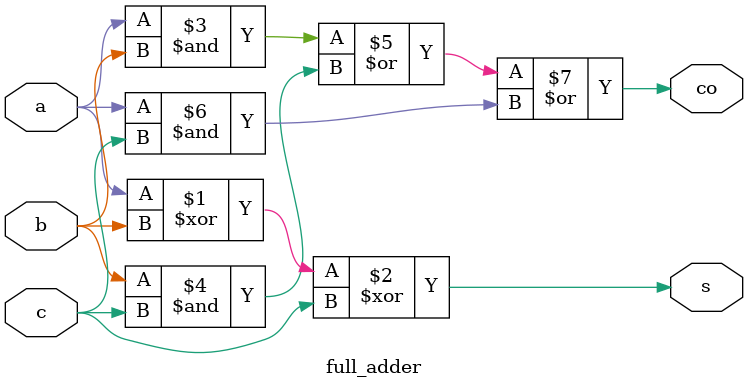
<source format=v>
`timescale 1ns / 1ps


module full_adder(
    input a,
    input b,
    input c,
    output co,
    output s
    );
    
    assign s = a ^ b ^ c;
    assign co = (a & b) | (b & c) | (a & c);
    
endmodule

</source>
